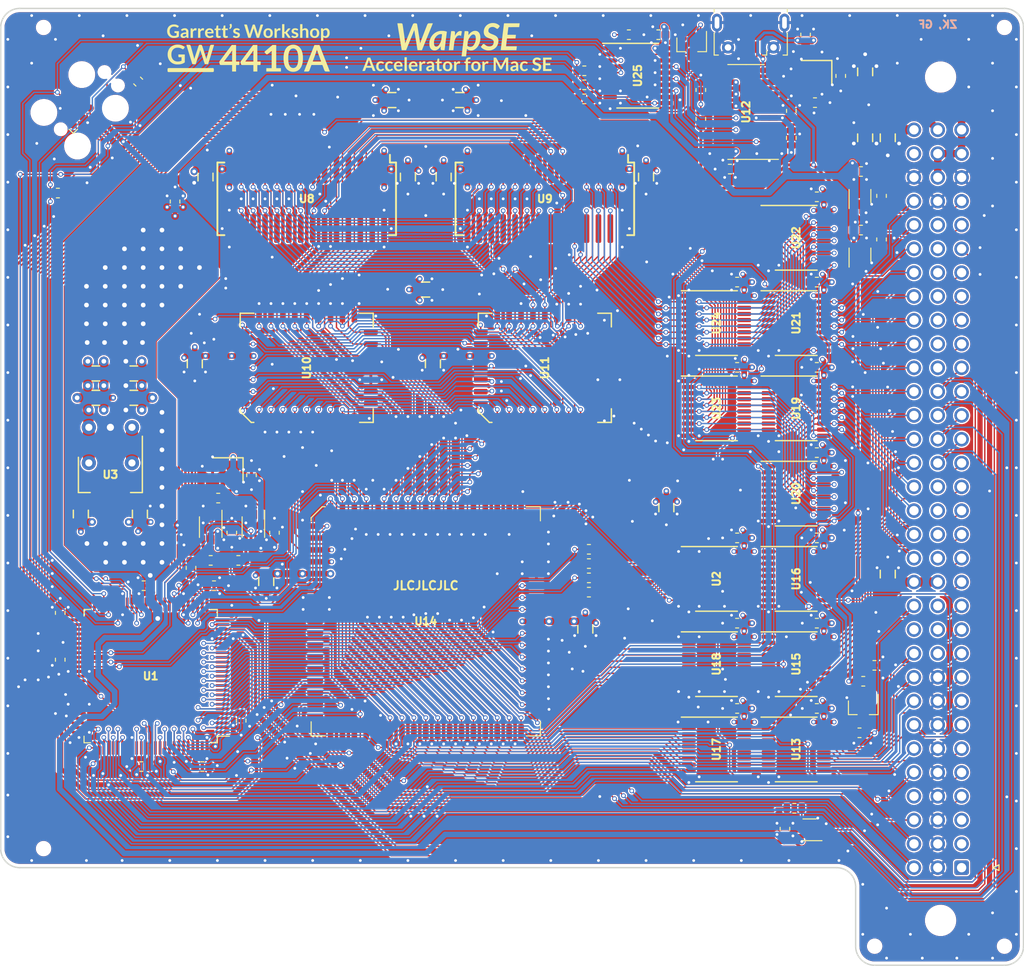
<source format=kicad_pcb>
(kicad_pcb (version 20221018) (generator pcbnew)

  (general
    (thickness 1.6108)
  )

  (paper "A4")
  (layers
    (0 "F.Cu" signal)
    (1 "In1.Cu" power)
    (2 "In2.Cu" power)
    (31 "B.Cu" signal)
    (32 "B.Adhes" user "B.Adhesive")
    (33 "F.Adhes" user "F.Adhesive")
    (34 "B.Paste" user)
    (35 "F.Paste" user)
    (36 "B.SilkS" user "B.Silkscreen")
    (37 "F.SilkS" user "F.Silkscreen")
    (38 "B.Mask" user)
    (39 "F.Mask" user)
    (40 "Dwgs.User" user "User.Drawings")
    (41 "Cmts.User" user "User.Comments")
    (42 "Eco1.User" user "User.Eco1")
    (43 "Eco2.User" user "User.Eco2")
    (44 "Edge.Cuts" user)
    (45 "Margin" user)
    (46 "B.CrtYd" user "B.Courtyard")
    (47 "F.CrtYd" user "F.Courtyard")
    (48 "B.Fab" user)
    (49 "F.Fab" user)
  )

  (setup
    (stackup
      (layer "F.SilkS" (type "Top Silk Screen"))
      (layer "F.Paste" (type "Top Solder Paste"))
      (layer "F.Mask" (type "Top Solder Mask") (thickness 0.01))
      (layer "F.Cu" (type "copper") (thickness 0.035))
      (layer "dielectric 1" (type "core") (thickness 0.2104) (material "FR4") (epsilon_r 4.6) (loss_tangent 0.02))
      (layer "In1.Cu" (type "copper") (thickness 0.0175))
      (layer "dielectric 2" (type "prepreg") (thickness 1.065) (material "FR4") (epsilon_r 4.5) (loss_tangent 0.02))
      (layer "In2.Cu" (type "copper") (thickness 0.0175))
      (layer "dielectric 3" (type "core") (thickness 0.2104) (material "FR4") (epsilon_r 4.6) (loss_tangent 0.02))
      (layer "B.Cu" (type "copper") (thickness 0.035))
      (layer "B.Mask" (type "Bottom Solder Mask") (thickness 0.01))
      (layer "B.Paste" (type "Bottom Solder Paste"))
      (layer "B.SilkS" (type "Bottom Silk Screen"))
      (copper_finish "None")
      (dielectric_constraints no)
    )
    (pad_to_mask_clearance 0.0762)
    (solder_mask_min_width 0.127)
    (pad_to_paste_clearance -0.0381)
    (pcbplotparams
      (layerselection 0x00010fc_ffffffff)
      (plot_on_all_layers_selection 0x0000000_00000000)
      (disableapertmacros false)
      (usegerberextensions true)
      (usegerberattributes false)
      (usegerberadvancedattributes false)
      (creategerberjobfile false)
      (dashed_line_dash_ratio 12.000000)
      (dashed_line_gap_ratio 3.000000)
      (svgprecision 6)
      (plotframeref false)
      (viasonmask false)
      (mode 1)
      (useauxorigin false)
      (hpglpennumber 1)
      (hpglpenspeed 20)
      (hpglpendiameter 15.000000)
      (dxfpolygonmode true)
      (dxfimperialunits true)
      (dxfusepcbnewfont true)
      (psnegative false)
      (psa4output false)
      (plotreference true)
      (plotvalue true)
      (plotinvisibletext false)
      (sketchpadsonfab false)
      (subtractmaskfromsilk true)
      (outputformat 1)
      (mirror false)
      (drillshape 0)
      (scaleselection 1)
      (outputdirectory "gerber/")
    )
  )

  (net 0 "")
  (net 1 "GND")
  (net 2 "+5V")
  (net 3 "+3V3")
  (net 4 "-5V")
  (net 5 "+12V")
  (net 6 "-12V")
  (net 7 "USB5V")
  (net 8 "Net-(U12-XO)")
  (net 9 "Net-(U12-XI)")
  (net 10 "Net-(Q2-B)")
  (net 11 "/Buf/MacA1")
  (net 12 "/Buf/MacA2")
  (net 13 "/Buf/MacA3")
  (net 14 "/Buf/MacA4")
  (net 15 "/Buf/MacA5")
  (net 16 "/Buf/MacA6")
  (net 17 "/Buf/MacA7")
  (net 18 "/Buf/MacA8")
  (net 19 "/Buf/MacA9")
  (net 20 "/Buf/MacA10")
  (net 21 "/Buf/MacA11")
  (net 22 "/Buf/MacA12")
  (net 23 "/Buf/MacA13")
  (net 24 "/Buf/MacA14")
  (net 25 "/Control/~{RESET}")
  (net 26 "/Buf/MacA15")
  (net 27 "/Control/Mac~{AS}")
  (net 28 "/Control/Mac~{UDS}")
  (net 29 "/Control/Mac~{LDS}")
  (net 30 "/Buf/Mac~{R}W")
  (net 31 "/Control/Mac~{DTACK}")
  (net 32 "/Buf/MacA16")
  (net 33 "/Control/Mac~{VMA}")
  (net 34 "/Control/Mac~{VPA}")
  (net 35 "/Buf/MacA17")
  (net 36 "/Buf/MacA18")
  (net 37 "/Buf/MacA19")
  (net 38 "/Buf/MacA20")
  (net 39 "/Buf/MacA21")
  (net 40 "/Buf/MacA22")
  (net 41 "/Buf/MacA23")
  (net 42 "/Control/Mac~{BERR}")
  (net 43 "/Control/~{IPL}2")
  (net 44 "/MC68k/~{IPL}1")
  (net 45 "/MC68k/~{IPL}0")
  (net 46 "unconnected-(J1A-FC2-PadA1)")
  (net 47 "unconnected-(J1A-FC1-PadA2)")
  (net 48 "unconnected-(J1A-FC0-PadA3)")
  (net 49 "unconnected-(J1B-NC-PadB10)")
  (net 50 "unconnected-(J1B-NC-PadB11)")
  (net 51 "unconnected-(J1B-~{HALT}-PadB12)")
  (net 52 "unconnected-(J1B-NC-PadB22)")
  (net 53 "unconnected-(J1B-NC-PadB23)")
  (net 54 "unconnected-(J1B-NC-PadB24)")
  (net 55 "unconnected-(J1B-NC-PadB25)")
  (net 56 "/Control/Mac~{BR}")
  (net 57 "unconnected-(J1B-NC-PadB26)")
  (net 58 "/Buf/MacD0")
  (net 59 "/Buf/MacD1")
  (net 60 "/Buf/MacD2")
  (net 61 "/Buf/MacD3")
  (net 62 "/Buf/MacD4")
  (net 63 "/Buf/MacD5")
  (net 64 "/Buf/MacD6")
  (net 65 "/Buf/MacD7")
  (net 66 "/Buf/MacD8")
  (net 67 "/Buf/MacD9")
  (net 68 "/Buf/MacD10")
  (net 69 "/Buf/MacD11")
  (net 70 "/Buf/MacD12")
  (net 71 "/Buf/MacD13")
  (net 72 "/Buf/MacD14")
  (net 73 "/Buf/MacD15")
  (net 74 "unconnected-(J1B-NC-PadB27)")
  (net 75 "/Control/TMS")
  (net 76 "/Control/TCK")
  (net 77 "unconnected-(J1B-~{EXT.DTK}-PadB28)")
  (net 78 "/Control/TDI")
  (net 79 "unconnected-(J1C-~{BGACK}-PadC4)")
  (net 80 "unconnected-(J1C-~{PMCYC}-PadC11)")
  (net 81 "unconnected-(J1C-NC-PadC31)")
  (net 82 "/Control/TDO")
  (net 83 "unconnected-(J2-Pin_6-Pad6)")
  (net 84 "unconnected-(J2-Pin_7-Pad7)")
  (net 85 "unconnected-(J2-Pin_8-Pad8)")
  (net 86 "/Buf/Aout23")
  (net 87 "Net-(J3-D-)")
  (net 88 "Net-(J3-D+)")
  (net 89 "/Clk.sch/MCLK")
  (net 90 "unconnected-(J3-ID-Pad4)")
  (net 91 "Net-(Q1-B)")
  (net 92 "/Control/Acc~{VPA}")
  (net 93 "/Control/Acc~{BERR}")
  (net 94 "/Buf/Din~{OE}")
  (net 95 "/Buf/Dout~{OE}")
  (net 96 "/Buf/Aout~{OE}")
  (net 97 "/Buf/DinLE")
  (net 98 "/Buf/ADoutLE0")
  (net 99 "/Buf/ADoutLE1")
  (net 100 "/Buf/AccA5")
  (net 101 "/Buf/AccA6")
  (net 102 "/Buf/AccA7")
  (net 103 "/Buf/AccA8")
  (net 104 "/Buf/AccA9")
  (net 105 "/Control/U~{WE}")
  (net 106 "/Control/L~{WE}")
  (net 107 "/Control/~{RAS}")
  (net 108 "/Control/RA11")
  (net 109 "Net-(U6-Q)")
  (net 110 "/Buf/AccA10")
  (net 111 "/Control/RA9")
  (net 112 "/Control/RA10")
  (net 113 "/Control/RA8")
  (net 114 "/Control/RA0")
  (net 115 "/Control/RA7")
  (net 116 "/Control/RA1")
  (net 117 "/Buf/AccA11")
  (net 118 "/Control/RA6")
  (net 119 "/Control/RA2")
  (net 120 "/Control/RA5")
  (net 121 "/Control/RA3")
  (net 122 "/Control/RA4")
  (net 123 "/Buf/AccA12")
  (net 124 "/Control/~{OE}")
  (net 125 "/Control/~{CAS}")
  (net 126 "/Control/ROM~{CS}")
  (net 127 "/Control/ROM~{WE}")
  (net 128 "/Control/Acc~{UDS}")
  (net 129 "/Control/Acc~{AS}")
  (net 130 "/Control/Acc~{LDS}")
  (net 131 "/Buf/AccA13")
  (net 132 "/Control/Acc~{DTACK}")
  (net 133 "/Buf/AccA14")
  (net 134 "/Buf/AccA15")
  (net 135 "/Buf/AccA16")
  (net 136 "/Buf/AccA17")
  (net 137 "/Buf/AccA18")
  (net 138 "/Buf/AccA19")
  (net 139 "/Buf/AccA20")
  (net 140 "/Buf/AccA21")
  (net 141 "/Buf/AccA22")
  (net 142 "/Buf/AccA23")
  (net 143 "/Buf/Acc~{R}W")
  (net 144 "Net-(U7-Q)")
  (net 145 "/Clk.sch/FCLK")
  (net 146 "/Control/SW2")
  (net 147 "Net-(U5-Output)")
  (net 148 "Net-(U6-CK)")
  (net 149 "/Control/Mac~{BG}")
  (net 150 "Net-(U12-RXD)")
  (net 151 "/Prog/TCKrc")
  (net 152 "unconnected-(U1-I{slash}O{slash}GTS3-Pad1)")
  (net 153 "unconnected-(U1-P39-Pad39)")
  (net 154 "unconnected-(U1-P49-Pad49)")
  (net 155 "/Buf/AccD6")
  (net 156 "/Buf/AccD7")
  (net 157 "/Buf/AccD5")
  (net 158 "/Buf/AccD3")
  (net 159 "/Buf/AccD1")
  (net 160 "/Buf/AccD2")
  (net 161 "/Buf/AccD4")
  (net 162 "/Buf/AccD14")
  (net 163 "/Buf/AccD15")
  (net 164 "/Buf/AccD13")
  (net 165 "/Buf/AccD11")
  (net 166 "/Buf/AccD9")
  (net 167 "/Buf/AccD8")
  (net 168 "/Buf/AccD10")
  (net 169 "/Buf/AccD12")
  (net 170 "/Buf/AccA1")
  (net 171 "/Buf/AccA2")
  (net 172 "/Buf/AccA3")
  (net 173 "/Control/CK20EN")
  (net 174 "unconnected-(U1-P68-Pad68)")
  (net 175 "unconnected-(U1-P71-Pad71)")
  (net 176 "unconnected-(U1-I{slash}O{slash}GSR-Pad99)")
  (net 177 "Net-(U16-D7)")
  (net 178 "Net-(U16-D6)")
  (net 179 "Net-(U16-D5)")
  (net 180 "/Buf/AccA4")
  (net 181 "Net-(U16-D4)")
  (net 182 "Net-(U16-D3)")
  (net 183 "Net-(U16-D2)")
  (net 184 "Net-(U16-D1)")
  (net 185 "Net-(U16-D0)")
  (net 186 "Net-(U6-D)")
  (net 187 "Net-(U7-D)")
  (net 188 "/Buf/AccD0")
  (net 189 "/Prog/UTDO")
  (net 190 "Net-(U13-D0)")
  (net 191 "Net-(U13-D1)")
  (net 192 "Net-(U13-D2)")
  (net 193 "Net-(U13-D3)")
  (net 194 "Net-(U13-D4)")
  (net 195 "Net-(U13-D5)")
  (net 196 "Net-(U13-D6)")
  (net 197 "Net-(U13-D7)")
  (net 198 "unconnected-(U14-BG-Pad11)")
  (net 199 "unconnected-(U14-NC-Pad18)")
  (net 200 "unconnected-(U14-VMA-Pad21)")
  (net 201 "unconnected-(U14-E-Pad22)")
  (net 202 "unconnected-(U14-FC2-Pad28)")
  (net 203 "unconnected-(U14-FC1-Pad29)")
  (net 204 "unconnected-(U14-FC0-Pad30)")
  (net 205 "unconnected-(U14-NC-Pad31)")
  (net 206 "Net-(U15-D0)")
  (net 207 "Net-(U15-D1)")
  (net 208 "Net-(U15-D2)")
  (net 209 "Net-(U15-D3)")
  (net 210 "Net-(U15-D4)")
  (net 211 "Net-(U15-D5)")
  (net 212 "Net-(U15-D6)")
  (net 213 "Net-(U15-D7)")
  (net 214 "Net-(U19-D0)")
  (net 215 "/Prog/UTCK")
  (net 216 "Net-(U19-D1)")
  (net 217 "/Prog/JTAG~{OE}")
  (net 218 "/Buf/Aout22")
  (net 219 "Net-(U19-D2)")
  (net 220 "/Prog/UTMS")
  (net 221 "/Prog/UTDI")
  (net 222 "Net-(U19-D3)")
  (net 223 "Net-(U19-D4)")
  (net 224 "Net-(U19-D5)")
  (net 225 "Net-(U19-D6)")
  (net 226 "Net-(U19-D7)")
  (net 227 "Net-(U21-D0)")
  (net 228 "Net-(U21-D1)")
  (net 229 "Net-(U21-D2)")
  (net 230 "Net-(U21-D3)")
  (net 231 "Net-(U21-D4)")
  (net 232 "Net-(U21-D5)")
  (net 233 "Net-(U21-D6)")
  (net 234 "Net-(U21-D7)")
  (net 235 "/Clk.sch/MCKE")
  (net 236 "/Buf/GA23")
  (net 237 "/Buf/GA22")
  (net 238 "unconnected-(U26-NC-Pad1)")
  (net 239 "/ClkBuf/E")
  (net 240 "/ClkBuf/BE")
  (net 241 "unconnected-(U27-NC-Pad1)")
  (net 242 "/ClkBuf/C8M")
  (net 243 "/ClkBuf/BC8M")
  (net 244 "unconnected-(U28-NC-Pad1)")
  (net 245 "/ClkBuf/C16M")
  (net 246 "/ClkBuf/BC16M")
  (net 247 "Net-(U28-Y)")
  (net 248 "Net-(U27-Y)")
  (net 249 "Net-(U26-Y)")
  (net 250 "Net-(Q2-C)")
  (net 251 "/Prog/TCKru")

  (footprint "stdpads:C_0805" (layer "F.Cu") (at 113.4 76.8))

  (footprint "stdpads:C_0805" (layer "F.Cu") (at 117.45 76.8))

  (footprint "stdpads:C_0805" (layer "F.Cu") (at 117.45 79.4))

  (footprint "stdpads:C_0805" (layer "F.Cu") (at 113.4 79.4))

  (footprint "stdpads:TQFP-100_14x14mm_P0.5mm" (layer "F.Cu") (at 119.25 109.1 90))

  (footprint "stdpads:C_0805" (layer "F.Cu") (at 195.453 44.616 90))

  (footprint "stdpads:C_0805" (layer "F.Cu") (at 195.453 51.65 -90))

  (footprint "stdpads:C_0805" (layer "F.Cu") (at 197.866 51.65 -90))

  (footprint "stdpads:SOJ-28_300mil" (layer "F.Cu") (at 161.29 58.166 -90))

  (footprint "stdpads:DIN41612_R_3x32_Male_Vertical_THT" (layer "F.Cu") (at 205.74 129.54 180))

  (footprint "stdpads:C_0603" (layer "F.Cu") (at 126 99.45))

  (footprint "stdpads:TSSOP-20_4.4x6.5mm_P0.65mm" (layer "F.Cu") (at 179.6 98.725 -90))

  (footprint "stdpads:C_0603" (layer "F.Cu") (at 181.8 94.35 180))

  (footprint "stdpads:C_0603" (layer "F.Cu") (at 190.3 57.95 180))

  (footprint "stdpads:C_0603" (layer "F.Cu") (at 190.3 94.35 180))

  (footprint "stdpads:C_0603" (layer "F.Cu") (at 190.3 85.25 180))

  (footprint "stdpads:C_0603" (layer "F.Cu") (at 181.8 112.55 180))

  (footprint "stdpads:C_0603" (layer "F.Cu") (at 190.3 112.55 180))

  (footprint "stdpads:C_0603" (layer "F.Cu") (at 190.3 67.05 180))

  (footprint "stdpads:C_0603" (layer "F.Cu") (at 181.8 67.05 180))

  (footprint "stdpads:C_0603" (layer "F.Cu") (at 181.8 76.15 180))

  (footprint "stdpads:C_0603" (layer "F.Cu") (at 181.8 103.45 180))

  (footprint "stdpads:C_0603" (layer "F.Cu") (at 190.3 103.45 180))

  (footprint "stdpads:C_0805" (layer "F.Cu") (at 197.866 98.21 90))

  (footprint "stdpads:C_0805" (layer "F.Cu") (at 131.572 99.021 -90))

  (footprint "stdpads:C_0805" (layer "F.Cu") (at 165.608 104.101 -90))

  (footprint "stdpads:TSSOP-20_4.4x6.5mm_P0.65mm" (layer "F.Cu") (at 179.6 71.425 -90))

  (footprint "stdpads:TSSOP-20_4.4x6.5mm_P0.65mm" (layer "F.Cu") (at 179.6 80.525 -90))

  (footprint "stdpads:TSSOP-20_4.4x6.5mm_P0.65mm" (layer "F.Cu") (at 188.1 62.325 -90))

  (footprint "stdpads:TSSOP-20_4.4x6.5mm_P0.65mm" (layer "F.Cu") (at 188.1 71.425 -90))

  (footprint "stdpads:TSSOP-20_4.4x6.5mm_P0.65mm" (layer "F.Cu") (at 188.1 89.625 -90))

  (footprint "stdpads:TSSOP-20_4.4x6.5mm_P0.65mm" (layer "F.Cu")
    (tstamp 00000000-0000-0000-0000-000061aa2d14)
    (at 188.1 80.525 -90)
    (descr "20-Lead Plastic Thin Shrink Small Outline (ST)-4.4 mm Body [TSSOP] (see Microchip Packaging Specification 00000049BS.pdf)")
    (tags "SSOP 0.65")
    (property "LCSC Part" "C141311")
    (property "Sheetfile" "Buf.kicad_sch")
    (property "Sheetname" "Buf")
    (path "/00000000-0000-0000-0000-000060941922/00000000-0000-0000-0000-000060976b52")
    (solder_mask_margin 0.024)
    (solder_paste_margin -0.04)
    (attr smd)
    (fp_text reference "U19" (at 0 0 90) (layer "F.Fab")
        (effects (font (size 0.8128 0.8128) (thickness 0.2032)))
      (tstamp fd32b39d-0c5c-40da-8566-d8874c857daa)
    )
    (fp_text value "74AHCT573PW" (at 0 1.016 90) (layer "F.Fab")
        (effects (font (size 0.508 0.508) (thickness 0.127)))
      (tstamp a89603c6-9dd4-42d0-ba89-7693fb0e534f)
    )
    (fp_text user "${REFERENCE}" (at 0 0 -90) (layer "F.SilkS")
        (effects (font (size 0.8128 0.8128) (thickness 0.2032)))
      (tstamp b4677062-1a58-4cd1-8c49-8e6ee1db50db)
    )
    (fp_line (start -3.45 3.75) (end -3.45 -2.225)
      (stroke (width 0.15) (type solid)) (layer "F.SilkS") (tstamp cc6a08f5-9364-4208-82da-0950ddc94181))
    (fp_line (start 3.45 2.225) (end 3.45 -2.225)
      (stroke (width 0.15) (type solid)) (layer "F.SilkS") (tstamp dd0942b5-73f5-4d58-9719-f8e7cfad6441))
    (fp_line (start -3.55 -3.95) (end 3.55 -3.95)
      (stroke (width 0.05) (type solid)) (layer "F.CrtYd") (tstamp ca99dceb-c13f-4102-bdfb-acbbc31807f6))
    (fp_line (start -3.55 3.95) (end -3.55 -3.95)
      (stroke (width 0.05) (type solid)) (layer "F.CrtYd") (tstamp 685e6b09-1fce-40bd-bbb9-bf17c1261e27))
    (fp_line (start -3.55 3.95) (end 3.55 3.95)
      (stroke (width 0.05) (type solid)) (layer "F.CrtYd") (tstamp 560a6d39-7a2e-4414-bf88-88019ac3947d))
    (fp_line (start 3.55 3.95) (end 3.55 -3.95)
      (stroke (width 0.05) (type solid)) (layer "F.CrtYd") (tstamp 00609dda-4778-4938-a7a3-63b03b9f50b7))
    (fp_line (start -3.25 -2.2) (end 3.25 -2.2)
      (stroke (width 0.15) (type solid)) (layer "F.Fab") (tstamp 99295dd9-c806-44e0-b278-090c7fe7b956))
    (fp_line (start -3.25 1.2) (end -3.25 -2.2)
      (stroke (width 0.15) (type solid)) (layer "F.Fab") (tstamp 17afc3b8-7186-4f74-a4b8-f6c2ab86d56f))
    (fp_line (start -2.25 2.2) (end -3.25 1.2)
      (stroke (width 0.15) (type solid)) (layer "F.Fab") (tstamp b7a36720-8130-4431-b8e5-822ff0488638))
    (fp_line (start 3.25 -2.2) (end 3.25 2.2)
      (stroke (width 0.15) (type solid)) (layer "F.Fab") (tstamp 98e82803-e111-403c-99fc-c6fad8b3bb7a))
    (fp_line (start 3.25 2.2) (end -2.25 2.2)
      (stroke (width 0.15) (type solid)) (layer "F.Fab") (tstamp 511db682-caa0-481f-a2ec-b06233e0fe90))
    (pad "1" smd roundrect (at -2.925 2.95) (size 1.45 0.45) (layers "F.Cu" "F.Paste" "F.Mask") (roundrect_rratio 0.25)
      (net 95 "/Buf/Dout~{OE}") (pinfunction "~{OE}") (pintype "input") (tstamp 9a304bd5-312b-4bc9-81fa-da1f7ff0c9a7))
    (pad "2" smd roundrect (at -2.275 2.95) (size 1.45 0.45) (layers "F.Cu" "F.Paste" "F.Mask") (roundrect_rratio 0.25)
      (net 214 "Net-(U19-D0)") (pinfunction "D0") (pintype "input") (tstamp e62a85fc-ff84-4a76-9de1-ad8398f7147c))
    (pad "3" smd roundrect (at -1.625 2.95) (size 1.45 0.45) (layers "F.Cu" "F.Paste" "F.Mask") (roundrect_rratio 0.25)
      (net 216 "Net-(U19-D1)") (pinfunction "D1") (pintype "input") (tstamp bce0c445-5bcd-4f04-ba80-3b35e9266c80))
    (pad "4" smd roundrect (at -0.975 2.95) (size 1.45 0.45) (layers "F.Cu" "F.Paste" "F.Mask") (roundrect_rratio 0.25)
      (net 219 "Net-(U19-D2)") (pinfunction "D2") (pintype "input") (tstamp 4c802b9c-9190-4d50-ba43-fba751b21240))
    (pad "5" smd roundrect (at -0.325 2.95) (size 1.45 0.45) (layers "F.Cu" "F.Paste" "F.Mask") (roundrect_rratio 0.25)
      (net 222 "Net-(U19-D3)") (pinfunction "D3") (pintype "input") (tstamp abbc36ce-dcc2-4226-8574-ae66c161d961))
    (pad "6" smd roundrect (at 0.325 2.95) (size 1.45 0.45) (layers "F.Cu" "F.Paste" "F.Mask") (roundrect_rratio 0.25)
      (ne
... [5477892 chars truncated]
</source>
